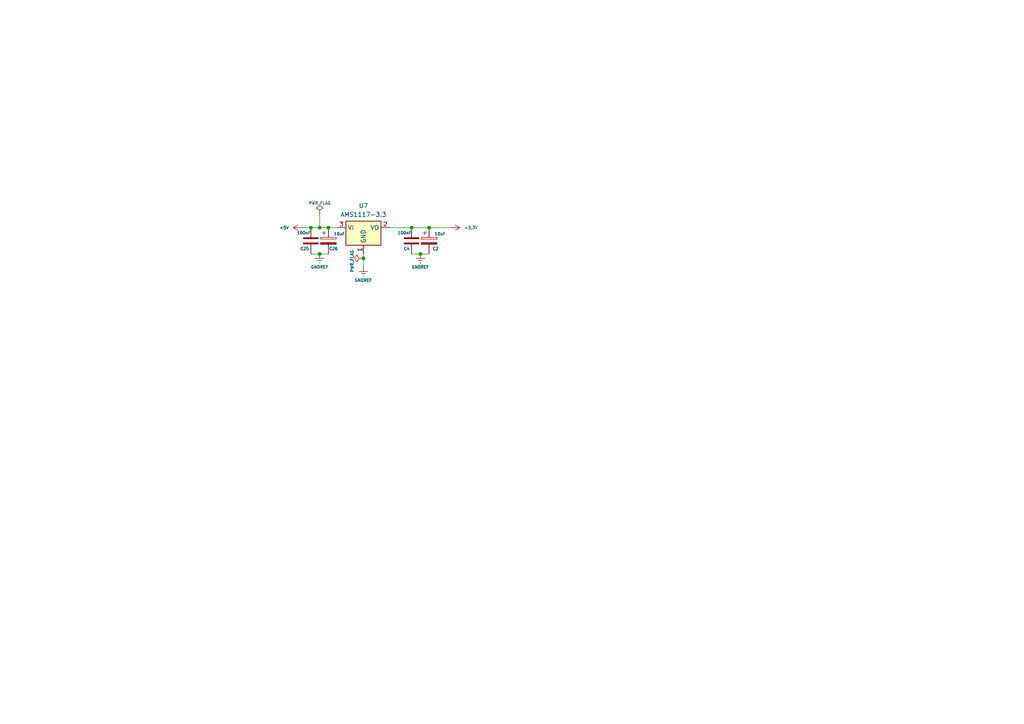
<source format=kicad_sch>
(kicad_sch
	(version 20250114)
	(generator "eeschema")
	(generator_version "9.0")
	(uuid "54e95181-5d15-4836-a95b-6c292301cb28")
	(paper "A4")
	(lib_symbols
		(symbol "Library:+3.3V"
			(power)
			(pin_numbers
				(hide yes)
			)
			(pin_names
				(offset 0)
				(hide yes)
			)
			(exclude_from_sim no)
			(in_bom yes)
			(on_board yes)
			(property "Reference" "#PWR"
				(at 0 -3.81 0)
				(effects
					(font
						(size 1.27 1.27)
					)
					(hide yes)
				)
			)
			(property "Value" "+3.3V"
				(at 0 3.556 0)
				(effects
					(font
						(size 1.27 1.27)
					)
				)
			)
			(property "Footprint" ""
				(at 0 0 0)
				(effects
					(font
						(size 1.27 1.27)
					)
					(hide yes)
				)
			)
			(property "Datasheet" ""
				(at 0 0 0)
				(effects
					(font
						(size 1.27 1.27)
					)
					(hide yes)
				)
			)
			(property "Description" "Power symbol creates a global label with name \"+3.3V\""
				(at 0 0 0)
				(effects
					(font
						(size 1.27 1.27)
					)
					(hide yes)
				)
			)
			(property "ki_keywords" "global power"
				(at 0 0 0)
				(effects
					(font
						(size 1.27 1.27)
					)
					(hide yes)
				)
			)
			(symbol "+3.3V_0_1"
				(polyline
					(pts
						(xy -0.762 1.27) (xy 0 2.54)
					)
					(stroke
						(width 0)
						(type default)
					)
					(fill
						(type none)
					)
				)
				(polyline
					(pts
						(xy 0 2.54) (xy 0.762 1.27)
					)
					(stroke
						(width 0)
						(type default)
					)
					(fill
						(type none)
					)
				)
				(polyline
					(pts
						(xy 0 0) (xy 0 2.54)
					)
					(stroke
						(width 0)
						(type default)
					)
					(fill
						(type none)
					)
				)
			)
			(symbol "+3.3V_1_1"
				(pin power_in line
					(at 0 0 90)
					(length 0)
					(name "~"
						(effects
							(font
								(size 1.27 1.27)
							)
						)
					)
					(number "1"
						(effects
							(font
								(size 1.27 1.27)
							)
						)
					)
				)
			)
			(embedded_fonts no)
		)
		(symbol "Library:+5V"
			(power)
			(pin_numbers
				(hide yes)
			)
			(pin_names
				(offset 0)
				(hide yes)
			)
			(exclude_from_sim no)
			(in_bom yes)
			(on_board yes)
			(property "Reference" "#PWR"
				(at 0 -3.81 0)
				(effects
					(font
						(size 1.27 1.27)
					)
					(hide yes)
				)
			)
			(property "Value" "+5V"
				(at 0 3.556 0)
				(effects
					(font
						(size 1.27 1.27)
					)
				)
			)
			(property "Footprint" ""
				(at 0 0 0)
				(effects
					(font
						(size 1.27 1.27)
					)
					(hide yes)
				)
			)
			(property "Datasheet" ""
				(at 0 0 0)
				(effects
					(font
						(size 1.27 1.27)
					)
					(hide yes)
				)
			)
			(property "Description" "Power symbol creates a global label with name \"+5V\""
				(at 0 0 0)
				(effects
					(font
						(size 1.27 1.27)
					)
					(hide yes)
				)
			)
			(property "ki_keywords" "global power"
				(at 0 0 0)
				(effects
					(font
						(size 1.27 1.27)
					)
					(hide yes)
				)
			)
			(symbol "+5V_0_1"
				(polyline
					(pts
						(xy -0.762 1.27) (xy 0 2.54)
					)
					(stroke
						(width 0)
						(type default)
					)
					(fill
						(type none)
					)
				)
				(polyline
					(pts
						(xy 0 2.54) (xy 0.762 1.27)
					)
					(stroke
						(width 0)
						(type default)
					)
					(fill
						(type none)
					)
				)
				(polyline
					(pts
						(xy 0 0) (xy 0 2.54)
					)
					(stroke
						(width 0)
						(type default)
					)
					(fill
						(type none)
					)
				)
			)
			(symbol "+5V_1_1"
				(pin power_in line
					(at 0 0 90)
					(length 0)
					(name "~"
						(effects
							(font
								(size 1.27 1.27)
							)
						)
					)
					(number "1"
						(effects
							(font
								(size 1.27 1.27)
							)
						)
					)
				)
			)
			(embedded_fonts no)
		)
		(symbol "Library:AMS1117-3.3"
			(exclude_from_sim no)
			(in_bom yes)
			(on_board yes)
			(property "Reference" "U"
				(at -3.81 3.175 0)
				(effects
					(font
						(size 1.27 1.27)
					)
				)
			)
			(property "Value" "AMS1117-3.3"
				(at 0 3.175 0)
				(effects
					(font
						(size 1.27 1.27)
					)
					(justify left)
				)
			)
			(property "Footprint" "Package_TO_SOT_SMD:SOT-223-3_TabPin2"
				(at 0 5.08 0)
				(effects
					(font
						(size 1.27 1.27)
					)
					(hide yes)
				)
			)
			(property "Datasheet" "http://www.advanced-monolithic.com/pdf/ds1117.pdf"
				(at 2.54 -6.35 0)
				(effects
					(font
						(size 1.27 1.27)
					)
					(hide yes)
				)
			)
			(property "Description" "1A Low Dropout regulator, positive, 3.3V fixed output, SOT-223"
				(at 0 0 0)
				(effects
					(font
						(size 1.27 1.27)
					)
					(hide yes)
				)
			)
			(property "ki_keywords" "linear regulator ldo fixed positive"
				(at 0 0 0)
				(effects
					(font
						(size 1.27 1.27)
					)
					(hide yes)
				)
			)
			(property "ki_fp_filters" "SOT?223*TabPin2*"
				(at 0 0 0)
				(effects
					(font
						(size 1.27 1.27)
					)
					(hide yes)
				)
			)
			(symbol "AMS1117-3.3_0_1"
				(rectangle
					(start -5.08 -5.08)
					(end 5.08 1.905)
					(stroke
						(width 0.254)
						(type default)
					)
					(fill
						(type background)
					)
				)
			)
			(symbol "AMS1117-3.3_1_1"
				(pin power_in line
					(at -7.62 0 0)
					(length 2.54)
					(name "VI"
						(effects
							(font
								(size 1.27 1.27)
							)
						)
					)
					(number "3"
						(effects
							(font
								(size 1.27 1.27)
							)
						)
					)
				)
				(pin power_in line
					(at 0 -7.62 90)
					(length 2.54)
					(name "GND"
						(effects
							(font
								(size 1.27 1.27)
							)
						)
					)
					(number "1"
						(effects
							(font
								(size 1.27 1.27)
							)
						)
					)
				)
				(pin power_out line
					(at 7.62 0 180)
					(length 2.54)
					(name "VO"
						(effects
							(font
								(size 1.27 1.27)
							)
						)
					)
					(number "2"
						(effects
							(font
								(size 1.27 1.27)
							)
						)
					)
				)
			)
			(embedded_fonts no)
		)
		(symbol "Library:C"
			(pin_numbers
				(hide yes)
			)
			(pin_names
				(offset 0.254)
			)
			(exclude_from_sim no)
			(in_bom yes)
			(on_board yes)
			(property "Reference" "C"
				(at 0.635 2.54 0)
				(effects
					(font
						(size 1.27 1.27)
					)
					(justify left)
				)
			)
			(property "Value" "C"
				(at 0.635 -2.54 0)
				(effects
					(font
						(size 1.27 1.27)
					)
					(justify left)
				)
			)
			(property "Footprint" ""
				(at 0.9652 -3.81 0)
				(effects
					(font
						(size 1.27 1.27)
					)
					(hide yes)
				)
			)
			(property "Datasheet" "~"
				(at 0 0 0)
				(effects
					(font
						(size 1.27 1.27)
					)
					(hide yes)
				)
			)
			(property "Description" "Unpolarized capacitor"
				(at 0 0 0)
				(effects
					(font
						(size 1.27 1.27)
					)
					(hide yes)
				)
			)
			(property "ki_keywords" "cap capacitor"
				(at 0 0 0)
				(effects
					(font
						(size 1.27 1.27)
					)
					(hide yes)
				)
			)
			(property "ki_fp_filters" "C_*"
				(at 0 0 0)
				(effects
					(font
						(size 1.27 1.27)
					)
					(hide yes)
				)
			)
			(symbol "C_0_1"
				(polyline
					(pts
						(xy -2.032 0.762) (xy 2.032 0.762)
					)
					(stroke
						(width 0.508)
						(type default)
					)
					(fill
						(type none)
					)
				)
				(polyline
					(pts
						(xy -2.032 -0.762) (xy 2.032 -0.762)
					)
					(stroke
						(width 0.508)
						(type default)
					)
					(fill
						(type none)
					)
				)
			)
			(symbol "C_1_1"
				(pin passive line
					(at 0 3.81 270)
					(length 2.794)
					(name "~"
						(effects
							(font
								(size 1.27 1.27)
							)
						)
					)
					(number "1"
						(effects
							(font
								(size 1.27 1.27)
							)
						)
					)
				)
				(pin passive line
					(at 0 -3.81 90)
					(length 2.794)
					(name "~"
						(effects
							(font
								(size 1.27 1.27)
							)
						)
					)
					(number "2"
						(effects
							(font
								(size 1.27 1.27)
							)
						)
					)
				)
			)
			(embedded_fonts no)
		)
		(symbol "Library:C_Polarized"
			(pin_numbers
				(hide yes)
			)
			(pin_names
				(offset 0.254)
			)
			(exclude_from_sim no)
			(in_bom yes)
			(on_board yes)
			(property "Reference" "C"
				(at 0.635 2.54 0)
				(effects
					(font
						(size 1.27 1.27)
					)
					(justify left)
				)
			)
			(property "Value" "C_Polarized"
				(at 0.635 -2.54 0)
				(effects
					(font
						(size 1.27 1.27)
					)
					(justify left)
				)
			)
			(property "Footprint" ""
				(at 0.9652 -3.81 0)
				(effects
					(font
						(size 1.27 1.27)
					)
					(hide yes)
				)
			)
			(property "Datasheet" "~"
				(at 0 0 0)
				(effects
					(font
						(size 1.27 1.27)
					)
					(hide yes)
				)
			)
			(property "Description" "Polarized capacitor"
				(at 0 0 0)
				(effects
					(font
						(size 1.27 1.27)
					)
					(hide yes)
				)
			)
			(property "ki_keywords" "cap capacitor"
				(at 0 0 0)
				(effects
					(font
						(size 1.27 1.27)
					)
					(hide yes)
				)
			)
			(property "ki_fp_filters" "CP_*"
				(at 0 0 0)
				(effects
					(font
						(size 1.27 1.27)
					)
					(hide yes)
				)
			)
			(symbol "C_Polarized_0_1"
				(rectangle
					(start -2.286 0.508)
					(end 2.286 1.016)
					(stroke
						(width 0)
						(type default)
					)
					(fill
						(type none)
					)
				)
				(polyline
					(pts
						(xy -1.778 2.286) (xy -0.762 2.286)
					)
					(stroke
						(width 0)
						(type default)
					)
					(fill
						(type none)
					)
				)
				(polyline
					(pts
						(xy -1.27 2.794) (xy -1.27 1.778)
					)
					(stroke
						(width 0)
						(type default)
					)
					(fill
						(type none)
					)
				)
				(rectangle
					(start 2.286 -0.508)
					(end -2.286 -1.016)
					(stroke
						(width 0)
						(type default)
					)
					(fill
						(type outline)
					)
				)
			)
			(symbol "C_Polarized_1_1"
				(pin passive line
					(at 0 3.81 270)
					(length 2.794)
					(name "~"
						(effects
							(font
								(size 1.27 1.27)
							)
						)
					)
					(number "1"
						(effects
							(font
								(size 1.27 1.27)
							)
						)
					)
				)
				(pin passive line
					(at 0 -3.81 90)
					(length 2.794)
					(name "~"
						(effects
							(font
								(size 1.27 1.27)
							)
						)
					)
					(number "2"
						(effects
							(font
								(size 1.27 1.27)
							)
						)
					)
				)
			)
			(embedded_fonts no)
		)
		(symbol "Library:GNDREF"
			(power)
			(pin_numbers
				(hide yes)
			)
			(pin_names
				(offset 0)
				(hide yes)
			)
			(exclude_from_sim no)
			(in_bom yes)
			(on_board yes)
			(property "Reference" "#PWR"
				(at 0 -6.35 0)
				(effects
					(font
						(size 1.27 1.27)
					)
					(hide yes)
				)
			)
			(property "Value" "GNDREF"
				(at 0 -3.81 0)
				(effects
					(font
						(size 1.27 1.27)
					)
				)
			)
			(property "Footprint" ""
				(at 0 0 0)
				(effects
					(font
						(size 1.27 1.27)
					)
					(hide yes)
				)
			)
			(property "Datasheet" ""
				(at 0 0 0)
				(effects
					(font
						(size 1.27 1.27)
					)
					(hide yes)
				)
			)
			(property "Description" "Power symbol creates a global label with name \"GNDREF\" , reference supply ground"
				(at 0 0 0)
				(effects
					(font
						(size 1.27 1.27)
					)
					(hide yes)
				)
			)
			(property "ki_keywords" "global power"
				(at 0 0 0)
				(effects
					(font
						(size 1.27 1.27)
					)
					(hide yes)
				)
			)
			(symbol "GNDREF_0_1"
				(polyline
					(pts
						(xy -0.635 -1.905) (xy 0.635 -1.905)
					)
					(stroke
						(width 0)
						(type default)
					)
					(fill
						(type none)
					)
				)
				(polyline
					(pts
						(xy -0.127 -2.54) (xy 0.127 -2.54)
					)
					(stroke
						(width 0)
						(type default)
					)
					(fill
						(type none)
					)
				)
				(polyline
					(pts
						(xy 0 -1.27) (xy 0 0)
					)
					(stroke
						(width 0)
						(type default)
					)
					(fill
						(type none)
					)
				)
				(polyline
					(pts
						(xy 1.27 -1.27) (xy -1.27 -1.27)
					)
					(stroke
						(width 0)
						(type default)
					)
					(fill
						(type none)
					)
				)
			)
			(symbol "GNDREF_1_1"
				(pin power_in line
					(at 0 0 270)
					(length 0)
					(name "~"
						(effects
							(font
								(size 1.27 1.27)
							)
						)
					)
					(number "1"
						(effects
							(font
								(size 1.27 1.27)
							)
						)
					)
				)
			)
			(embedded_fonts no)
		)
		(symbol "Library:PWR_FLAG"
			(power)
			(pin_numbers
				(hide yes)
			)
			(pin_names
				(offset 0)
				(hide yes)
			)
			(exclude_from_sim no)
			(in_bom yes)
			(on_board yes)
			(property "Reference" "#FLG"
				(at 0 1.905 0)
				(effects
					(font
						(size 1.27 1.27)
					)
					(hide yes)
				)
			)
			(property "Value" "PWR_FLAG"
				(at 0 3.81 0)
				(effects
					(font
						(size 1.27 1.27)
					)
				)
			)
			(property "Footprint" ""
				(at 0 0 0)
				(effects
					(font
						(size 1.27 1.27)
					)
					(hide yes)
				)
			)
			(property "Datasheet" "~"
				(at 0 0 0)
				(effects
					(font
						(size 1.27 1.27)
					)
					(hide yes)
				)
			)
			(property "Description" "Special symbol for telling ERC where power comes from"
				(at 0 0 0)
				(effects
					(font
						(size 1.27 1.27)
					)
					(hide yes)
				)
			)
			(property "ki_keywords" "flag power"
				(at 0 0 0)
				(effects
					(font
						(size 1.27 1.27)
					)
					(hide yes)
				)
			)
			(symbol "PWR_FLAG_0_0"
				(pin power_out line
					(at 0 0 90)
					(length 0)
					(name "~"
						(effects
							(font
								(size 1.27 1.27)
							)
						)
					)
					(number "1"
						(effects
							(font
								(size 1.27 1.27)
							)
						)
					)
				)
			)
			(symbol "PWR_FLAG_0_1"
				(polyline
					(pts
						(xy 0 0) (xy 0 1.27) (xy -1.016 1.905) (xy 0 2.54) (xy 1.016 1.905) (xy 0 1.27)
					)
					(stroke
						(width 0)
						(type default)
					)
					(fill
						(type none)
					)
				)
			)
			(embedded_fonts no)
		)
	)
	(junction
		(at 121.92 73.66)
		(diameter 0)
		(color 0 0 0 0)
		(uuid "5d480160-daba-4662-acc8-6e68c863364b")
	)
	(junction
		(at 119.38 66.04)
		(diameter 0)
		(color 0 0 0 0)
		(uuid "91ae80aa-ce70-4c56-9d23-de8283aab830")
	)
	(junction
		(at 92.71 66.04)
		(diameter 0)
		(color 0 0 0 0)
		(uuid "9523fe13-a761-4f20-a1c8-26c291cba3d7")
	)
	(junction
		(at 90.17 66.04)
		(diameter 0)
		(color 0 0 0 0)
		(uuid "a842cb0f-15db-4e2b-8ed0-c7ab52840038")
	)
	(junction
		(at 92.71 73.66)
		(diameter 0)
		(color 0 0 0 0)
		(uuid "c09c8a1f-3b6d-4cdb-a2a0-dcec31ed97c7")
	)
	(junction
		(at 95.25 66.04)
		(diameter 0)
		(color 0 0 0 0)
		(uuid "c626ef5c-9e3a-40f3-93b4-9614d429b664")
	)
	(junction
		(at 124.46 66.04)
		(diameter 0)
		(color 0 0 0 0)
		(uuid "eb4a916e-f4bf-45ef-a816-4dc20bfca43f")
	)
	(junction
		(at 105.41 74.93)
		(diameter 0)
		(color 0 0 0 0)
		(uuid "f428e0ab-5c10-42fc-b380-fca5be6d6829")
	)
	(wire
		(pts
			(xy 121.92 73.66) (xy 119.38 73.66)
		)
		(stroke
			(width 0)
			(type default)
		)
		(uuid "0adb4b2b-50af-4b10-9e9c-f429f7a87142")
	)
	(wire
		(pts
			(xy 105.41 73.66) (xy 105.41 74.93)
		)
		(stroke
			(width 0)
			(type default)
		)
		(uuid "2be6c936-b23b-4892-92bd-24629ac2a17d")
	)
	(wire
		(pts
			(xy 92.71 66.04) (xy 90.17 66.04)
		)
		(stroke
			(width 0)
			(type default)
		)
		(uuid "34fdaa57-bcc1-406c-81e8-e81607e15fb0")
	)
	(wire
		(pts
			(xy 92.71 66.04) (xy 95.25 66.04)
		)
		(stroke
			(width 0)
			(type default)
		)
		(uuid "3dbfeb08-5f11-4610-93b7-1a754bbb53b7")
	)
	(wire
		(pts
			(xy 92.71 66.04) (xy 92.71 62.23)
		)
		(stroke
			(width 0)
			(type default)
		)
		(uuid "6acf4880-82a5-4b61-810f-9245780bb8ff")
	)
	(wire
		(pts
			(xy 92.71 73.66) (xy 90.17 73.66)
		)
		(stroke
			(width 0)
			(type default)
		)
		(uuid "9693778a-91c6-416e-9301-80a0002ce261")
	)
	(wire
		(pts
			(xy 87.63 66.04) (xy 90.17 66.04)
		)
		(stroke
			(width 0)
			(type default)
		)
		(uuid "a84eccdb-bc4f-482c-8a35-eb2f63c648e9")
	)
	(wire
		(pts
			(xy 105.41 74.93) (xy 105.41 77.47)
		)
		(stroke
			(width 0)
			(type default)
		)
		(uuid "b30ffb5c-e5d5-4ac5-828a-35ff7af1c508")
	)
	(wire
		(pts
			(xy 124.46 73.66) (xy 121.92 73.66)
		)
		(stroke
			(width 0)
			(type default)
		)
		(uuid "ccf6646c-8aeb-4062-a584-b6bc9f261d99")
	)
	(wire
		(pts
			(xy 95.25 73.66) (xy 92.71 73.66)
		)
		(stroke
			(width 0)
			(type default)
		)
		(uuid "cd553472-c657-4473-9200-6aa307129d71")
	)
	(wire
		(pts
			(xy 124.46 66.04) (xy 119.38 66.04)
		)
		(stroke
			(width 0)
			(type default)
		)
		(uuid "d47e4d68-3f56-411b-a0b1-3512dba6b81d")
	)
	(wire
		(pts
			(xy 113.03 66.04) (xy 119.38 66.04)
		)
		(stroke
			(width 0)
			(type default)
		)
		(uuid "d6d72b8e-3d0f-48c0-9bd7-4c95b769ddf3")
	)
	(wire
		(pts
			(xy 95.25 66.04) (xy 97.79 66.04)
		)
		(stroke
			(width 0)
			(type default)
		)
		(uuid "e9e1d627-9b72-4774-b1f1-497483b4a35b")
	)
	(wire
		(pts
			(xy 130.81 66.04) (xy 124.46 66.04)
		)
		(stroke
			(width 0)
			(type default)
		)
		(uuid "fae1dd9f-8878-4faf-94f4-2e7a135d74b5")
	)
	(symbol
		(lib_id "Library:C_Polarized")
		(at 124.46 69.85 0)
		(unit 1)
		(exclude_from_sim no)
		(in_bom yes)
		(on_board yes)
		(dnp no)
		(uuid "1497da31-505e-4e4b-848f-e260cf18ce48")
		(property "Reference" "C2"
			(at 127.254 72.136 0)
			(effects
				(font
					(size 0.85 0.85)
				)
				(justify right)
			)
		)
		(property "Value" "10uF"
			(at 129.286 67.818 0)
			(effects
				(font
					(size 0.85 0.85)
				)
				(justify right)
			)
		)
		(property "Footprint" "Library:C_0805_2012Metric"
			(at 125.4252 73.66 0)
			(effects
				(font
					(size 0.85 0.85)
				)
				(hide yes)
			)
		)
		(property "Datasheet" "~"
			(at 124.46 69.85 0)
			(effects
				(font
					(size 0.85 0.85)
				)
				(hide yes)
			)
		)
		(property "Description" "Polarized capacitor"
			(at 124.46 69.85 0)
			(effects
				(font
					(size 0.85 0.85)
				)
				(hide yes)
			)
		)
		(pin "2"
			(uuid "39b24c2b-51cc-4744-8b93-958bb671d5cb")
		)
		(pin "1"
			(uuid "670817bd-b86f-4d21-a457-35e06a2e36a3")
		)
		(instances
			(project "MoistureDatalogger"
				(path "/2465b45a-61bf-4bb8-9f23-f35ab1c53bad/8184559d-1d44-4676-93e7-f9f0858e9bca"
					(reference "C2")
					(unit 1)
				)
			)
		)
	)
	(symbol
		(lib_id "Library:C")
		(at 90.17 69.85 180)
		(unit 1)
		(exclude_from_sim no)
		(in_bom yes)
		(on_board yes)
		(dnp no)
		(uuid "39242440-f06d-4036-83ed-fb91f4f82ab2")
		(property "Reference" "C25"
			(at 89.662 72.136 0)
			(effects
				(font
					(size 0.85 0.85)
				)
				(justify left)
			)
		)
		(property "Value" "100nF"
			(at 90.17 67.564 0)
			(effects
				(font
					(size 0.85 0.85)
				)
				(justify left)
			)
		)
		(property "Footprint" "Library:C_0805_2012Metric"
			(at 89.2048 66.04 0)
			(effects
				(font
					(size 0.85 0.85)
				)
				(hide yes)
			)
		)
		(property "Datasheet" "~"
			(at 90.17 69.85 0)
			(effects
				(font
					(size 0.85 0.85)
				)
				(hide yes)
			)
		)
		(property "Description" "Unpolarized capacitor"
			(at 90.17 69.85 0)
			(effects
				(font
					(size 0.85 0.85)
				)
				(hide yes)
			)
		)
		(pin "1"
			(uuid "6c6e179c-04a7-4b4f-a023-6e7ab1d46d05")
		)
		(pin "2"
			(uuid "8bbd414a-4986-40e7-b173-4e0aa175ba28")
		)
		(instances
			(project "MoistureDatalogger"
				(path "/2465b45a-61bf-4bb8-9f23-f35ab1c53bad/8184559d-1d44-4676-93e7-f9f0858e9bca"
					(reference "C25")
					(unit 1)
				)
			)
		)
	)
	(symbol
		(lib_id "Library:GNDREF")
		(at 92.71 73.66 0)
		(mirror y)
		(unit 1)
		(exclude_from_sim no)
		(in_bom yes)
		(on_board yes)
		(dnp no)
		(uuid "51658f23-2171-4747-a406-3d72402874ca")
		(property "Reference" "#PWR0109"
			(at 92.71 80.01 0)
			(effects
				(font
					(size 0.85 0.85)
				)
				(hide yes)
			)
		)
		(property "Value" "GNDREF"
			(at 92.71 77.47 0)
			(effects
				(font
					(size 0.85 0.85)
				)
			)
		)
		(property "Footprint" ""
			(at 92.71 73.66 0)
			(effects
				(font
					(size 0.85 0.85)
				)
				(hide yes)
			)
		)
		(property "Datasheet" ""
			(at 92.71 73.66 0)
			(effects
				(font
					(size 0.85 0.85)
				)
				(hide yes)
			)
		)
		(property "Description" "Power symbol creates a global label with name \"GNDREF\" , reference supply ground"
			(at 92.71 73.66 0)
			(effects
				(font
					(size 0.85 0.85)
				)
				(hide yes)
			)
		)
		(pin "1"
			(uuid "2ce61e74-5ff8-429a-b00b-941d88c87aeb")
		)
		(instances
			(project "MoistureDatalogger"
				(path "/2465b45a-61bf-4bb8-9f23-f35ab1c53bad/8184559d-1d44-4676-93e7-f9f0858e9bca"
					(reference "#PWR0109")
					(unit 1)
				)
			)
		)
	)
	(symbol
		(lib_id "Library:+5V")
		(at 87.63 66.04 90)
		(unit 1)
		(exclude_from_sim no)
		(in_bom yes)
		(on_board yes)
		(dnp no)
		(fields_autoplaced yes)
		(uuid "5bec7ccb-537c-409d-bcb1-26e95881fb25")
		(property "Reference" "#PWR094"
			(at 91.44 66.04 0)
			(effects
				(font
					(size 0.85 0.85)
				)
				(hide yes)
			)
		)
		(property "Value" "+5V"
			(at 83.82 66.0399 90)
			(effects
				(font
					(size 0.85 0.85)
				)
				(justify left)
			)
		)
		(property "Footprint" ""
			(at 87.63 66.04 0)
			(effects
				(font
					(size 0.85 0.85)
				)
				(hide yes)
			)
		)
		(property "Datasheet" ""
			(at 87.63 66.04 0)
			(effects
				(font
					(size 0.85 0.85)
				)
				(hide yes)
			)
		)
		(property "Description" "Power symbol creates a global label with name \"+5V\""
			(at 87.63 66.04 0)
			(effects
				(font
					(size 0.85 0.85)
				)
				(hide yes)
			)
		)
		(pin "1"
			(uuid "ecd2062b-60c1-4264-8de4-a4db9ae9bf95")
		)
		(instances
			(project "MoistureDatalogger"
				(path "/2465b45a-61bf-4bb8-9f23-f35ab1c53bad/8184559d-1d44-4676-93e7-f9f0858e9bca"
					(reference "#PWR094")
					(unit 1)
				)
			)
		)
	)
	(symbol
		(lib_id "Library:AMS1117-3.3")
		(at 105.41 66.04 0)
		(unit 1)
		(exclude_from_sim no)
		(in_bom yes)
		(on_board yes)
		(dnp no)
		(fields_autoplaced yes)
		(uuid "5e916dc6-bc17-4195-8f53-ee82f687009b")
		(property "Reference" "U7"
			(at 105.41 59.69 0)
			(effects
				(font
					(size 1.27 1.27)
				)
			)
		)
		(property "Value" "AMS1117-3.3"
			(at 105.41 62.23 0)
			(effects
				(font
					(size 1.27 1.27)
				)
			)
		)
		(property "Footprint" "Library:SOT-223-3_TabPin2"
			(at 105.41 60.96 0)
			(effects
				(font
					(size 1.27 1.27)
				)
				(hide yes)
			)
		)
		(property "Datasheet" "http://www.advanced-monolithic.com/pdf/ds1117.pdf"
			(at 107.95 72.39 0)
			(effects
				(font
					(size 1.27 1.27)
				)
				(hide yes)
			)
		)
		(property "Description" "1A Low Dropout regulator, positive, 3.3V fixed output, SOT-223"
			(at 105.41 66.04 0)
			(effects
				(font
					(size 1.27 1.27)
				)
				(hide yes)
			)
		)
		(pin "2"
			(uuid "ec30cb7d-2bea-433a-8942-73e0cc3ab1f9")
		)
		(pin "3"
			(uuid "67dadded-15a6-442b-a38b-20c346ebb6bf")
		)
		(pin "1"
			(uuid "c21ebb66-f07b-43af-b2ab-48c4e8603cdc")
		)
		(instances
			(project ""
				(path "/2465b45a-61bf-4bb8-9f23-f35ab1c53bad/8184559d-1d44-4676-93e7-f9f0858e9bca"
					(reference "U7")
					(unit 1)
				)
			)
		)
	)
	(symbol
		(lib_id "Library:GNDREF")
		(at 105.41 77.47 0)
		(mirror y)
		(unit 1)
		(exclude_from_sim no)
		(in_bom yes)
		(on_board yes)
		(dnp no)
		(uuid "672bc724-d4a0-4269-a3b2-73171447a211")
		(property "Reference" "#PWR097"
			(at 105.41 83.82 0)
			(effects
				(font
					(size 0.85 0.85)
				)
				(hide yes)
			)
		)
		(property "Value" "GNDREF"
			(at 105.41 81.28 0)
			(effects
				(font
					(size 0.85 0.85)
				)
			)
		)
		(property "Footprint" ""
			(at 105.41 77.47 0)
			(effects
				(font
					(size 0.85 0.85)
				)
				(hide yes)
			)
		)
		(property "Datasheet" ""
			(at 105.41 77.47 0)
			(effects
				(font
					(size 0.85 0.85)
				)
				(hide yes)
			)
		)
		(property "Description" "Power symbol creates a global label with name \"GNDREF\" , reference supply ground"
			(at 105.41 77.47 0)
			(effects
				(font
					(size 0.85 0.85)
				)
				(hide yes)
			)
		)
		(pin "1"
			(uuid "421c6b09-624a-4ff7-a0e3-30424ae1c35a")
		)
		(instances
			(project "MoistureDatalogger"
				(path "/2465b45a-61bf-4bb8-9f23-f35ab1c53bad/8184559d-1d44-4676-93e7-f9f0858e9bca"
					(reference "#PWR097")
					(unit 1)
				)
			)
		)
	)
	(symbol
		(lib_id "Library:PWR_FLAG")
		(at 105.41 74.93 90)
		(unit 1)
		(exclude_from_sim no)
		(in_bom yes)
		(on_board yes)
		(dnp no)
		(uuid "847a0dc1-fc16-45c0-beba-d331d8b000b7")
		(property "Reference" "#FLG03"
			(at 103.505 74.93 0)
			(effects
				(font
					(size 1.27 1.27)
				)
				(hide yes)
			)
		)
		(property "Value" "PWR_FLAG"
			(at 102.108 78.994 0)
			(effects
				(font
					(size 0.85 0.85)
				)
				(justify left)
			)
		)
		(property "Footprint" ""
			(at 105.41 74.93 0)
			(effects
				(font
					(size 1.27 1.27)
				)
				(hide yes)
			)
		)
		(property "Datasheet" "~"
			(at 105.41 74.93 0)
			(effects
				(font
					(size 1.27 1.27)
				)
				(hide yes)
			)
		)
		(property "Description" "Special symbol for telling ERC where power comes from"
			(at 105.41 74.93 0)
			(effects
				(font
					(size 1.27 1.27)
				)
				(hide yes)
			)
		)
		(pin "1"
			(uuid "cc5a2717-81b6-48c5-a4bb-c205972f17fb")
		)
		(instances
			(project "MoistureDatalogger"
				(path "/2465b45a-61bf-4bb8-9f23-f35ab1c53bad/8184559d-1d44-4676-93e7-f9f0858e9bca"
					(reference "#FLG03")
					(unit 1)
				)
			)
		)
	)
	(symbol
		(lib_id "Library:C")
		(at 119.38 69.85 180)
		(unit 1)
		(exclude_from_sim no)
		(in_bom yes)
		(on_board yes)
		(dnp no)
		(uuid "c7ca19b6-7b12-433b-be10-5ea0fc2e561b")
		(property "Reference" "C4"
			(at 118.872 72.136 0)
			(effects
				(font
					(size 0.85 0.85)
				)
				(justify left)
			)
		)
		(property "Value" "100nF"
			(at 119.38 67.564 0)
			(effects
				(font
					(size 0.85 0.85)
				)
				(justify left)
			)
		)
		(property "Footprint" "Library:C_0805_2012Metric"
			(at 118.4148 66.04 0)
			(effects
				(font
					(size 0.85 0.85)
				)
				(hide yes)
			)
		)
		(property "Datasheet" "~"
			(at 119.38 69.85 0)
			(effects
				(font
					(size 0.85 0.85)
				)
				(hide yes)
			)
		)
		(property "Description" "Unpolarized capacitor"
			(at 119.38 69.85 0)
			(effects
				(font
					(size 0.85 0.85)
				)
				(hide yes)
			)
		)
		(pin "1"
			(uuid "4bc2d568-1918-4168-a7a3-021f864378d8")
		)
		(pin "2"
			(uuid "2a9914ab-3cb9-403e-9c42-77de4f88664b")
		)
		(instances
			(project "MoistureDatalogger"
				(path "/2465b45a-61bf-4bb8-9f23-f35ab1c53bad/8184559d-1d44-4676-93e7-f9f0858e9bca"
					(reference "C4")
					(unit 1)
				)
			)
		)
	)
	(symbol
		(lib_id "Library:+3.3V")
		(at 130.81 66.04 270)
		(mirror x)
		(unit 1)
		(exclude_from_sim no)
		(in_bom yes)
		(on_board yes)
		(dnp no)
		(fields_autoplaced yes)
		(uuid "dafa00fb-a51c-40d6-9810-5c6005de09fc")
		(property "Reference" "#PWR02"
			(at 127 66.04 0)
			(effects
				(font
					(size 0.85 0.85)
				)
				(hide yes)
			)
		)
		(property "Value" "+3.3V"
			(at 134.62 66.0399 90)
			(effects
				(font
					(size 0.85 0.85)
				)
				(justify left)
			)
		)
		(property "Footprint" ""
			(at 130.81 66.04 0)
			(effects
				(font
					(size 0.85 0.85)
				)
				(hide yes)
			)
		)
		(property "Datasheet" ""
			(at 130.81 66.04 0)
			(effects
				(font
					(size 0.85 0.85)
				)
				(hide yes)
			)
		)
		(property "Description" "Power symbol creates a global label with name \"+3.3V\""
			(at 130.81 66.04 0)
			(effects
				(font
					(size 0.85 0.85)
				)
				(hide yes)
			)
		)
		(pin "1"
			(uuid "46044a15-b02f-4fb0-b4d1-c07e70315392")
		)
		(instances
			(project "MoistureDatalogger"
				(path "/2465b45a-61bf-4bb8-9f23-f35ab1c53bad/8184559d-1d44-4676-93e7-f9f0858e9bca"
					(reference "#PWR02")
					(unit 1)
				)
			)
		)
	)
	(symbol
		(lib_id "Library:GNDREF")
		(at 121.92 73.66 0)
		(mirror y)
		(unit 1)
		(exclude_from_sim no)
		(in_bom yes)
		(on_board yes)
		(dnp no)
		(uuid "e4610d34-a53c-4e5f-a8f7-9d0eb7e5bf4b")
		(property "Reference" "#PWR04"
			(at 121.92 80.01 0)
			(effects
				(font
					(size 0.85 0.85)
				)
				(hide yes)
			)
		)
		(property "Value" "GNDREF"
			(at 121.92 77.47 0)
			(effects
				(font
					(size 0.85 0.85)
				)
			)
		)
		(property "Footprint" ""
			(at 121.92 73.66 0)
			(effects
				(font
					(size 0.85 0.85)
				)
				(hide yes)
			)
		)
		(property "Datasheet" ""
			(at 121.92 73.66 0)
			(effects
				(font
					(size 0.85 0.85)
				)
				(hide yes)
			)
		)
		(property "Description" "Power symbol creates a global label with name \"GNDREF\" , reference supply ground"
			(at 121.92 73.66 0)
			(effects
				(font
					(size 0.85 0.85)
				)
				(hide yes)
			)
		)
		(pin "1"
			(uuid "d721e59f-ace3-4f2a-b580-7351163f5a23")
		)
		(instances
			(project "MoistureDatalogger"
				(path "/2465b45a-61bf-4bb8-9f23-f35ab1c53bad/8184559d-1d44-4676-93e7-f9f0858e9bca"
					(reference "#PWR04")
					(unit 1)
				)
			)
		)
	)
	(symbol
		(lib_id "Library:PWR_FLAG")
		(at 92.71 62.23 0)
		(unit 1)
		(exclude_from_sim no)
		(in_bom yes)
		(on_board yes)
		(dnp no)
		(uuid "ed3a98b0-8f54-4797-8854-8c8125a274e4")
		(property "Reference" "#FLG01"
			(at 92.71 60.325 0)
			(effects
				(font
					(size 1.27 1.27)
				)
				(hide yes)
			)
		)
		(property "Value" "PWR_FLAG"
			(at 92.71 58.928 0)
			(effects
				(font
					(size 0.85 0.85)
				)
			)
		)
		(property "Footprint" ""
			(at 92.71 62.23 0)
			(effects
				(font
					(size 1.27 1.27)
				)
				(hide yes)
			)
		)
		(property "Datasheet" "~"
			(at 92.71 62.23 0)
			(effects
				(font
					(size 1.27 1.27)
				)
				(hide yes)
			)
		)
		(property "Description" "Special symbol for telling ERC where power comes from"
			(at 92.71 62.23 0)
			(effects
				(font
					(size 1.27 1.27)
				)
				(hide yes)
			)
		)
		(pin "1"
			(uuid "9f770110-4461-45b8-99cf-b46f99d4cc85")
		)
		(instances
			(project "MoistureDatalogger"
				(path "/2465b45a-61bf-4bb8-9f23-f35ab1c53bad/8184559d-1d44-4676-93e7-f9f0858e9bca"
					(reference "#FLG01")
					(unit 1)
				)
			)
		)
	)
	(symbol
		(lib_id "Library:C_Polarized")
		(at 95.25 69.85 0)
		(unit 1)
		(exclude_from_sim no)
		(in_bom yes)
		(on_board yes)
		(dnp no)
		(uuid "fa649fe1-18a4-413d-b55c-faac3290b492")
		(property "Reference" "C26"
			(at 98.044 72.136 0)
			(effects
				(font
					(size 0.85 0.85)
				)
				(justify right)
			)
		)
		(property "Value" "10uF"
			(at 100.076 67.818 0)
			(effects
				(font
					(size 0.85 0.85)
				)
				(justify right)
			)
		)
		(property "Footprint" "Library:CP_Elec_5x5.8"
			(at 96.2152 73.66 0)
			(effects
				(font
					(size 0.85 0.85)
				)
				(hide yes)
			)
		)
		(property "Datasheet" "~"
			(at 95.25 69.85 0)
			(effects
				(font
					(size 0.85 0.85)
				)
				(hide yes)
			)
		)
		(property "Description" "Polarized capacitor"
			(at 95.25 69.85 0)
			(effects
				(font
					(size 0.85 0.85)
				)
				(hide yes)
			)
		)
		(pin "2"
			(uuid "17a85742-84ab-4dc4-9d00-576641117d50")
		)
		(pin "1"
			(uuid "9c2c0966-b822-4948-bd58-40bc895a19a4")
		)
		(instances
			(project "MoistureDatalogger"
				(path "/2465b45a-61bf-4bb8-9f23-f35ab1c53bad/8184559d-1d44-4676-93e7-f9f0858e9bca"
					(reference "C26")
					(unit 1)
				)
			)
		)
	)
)

</source>
